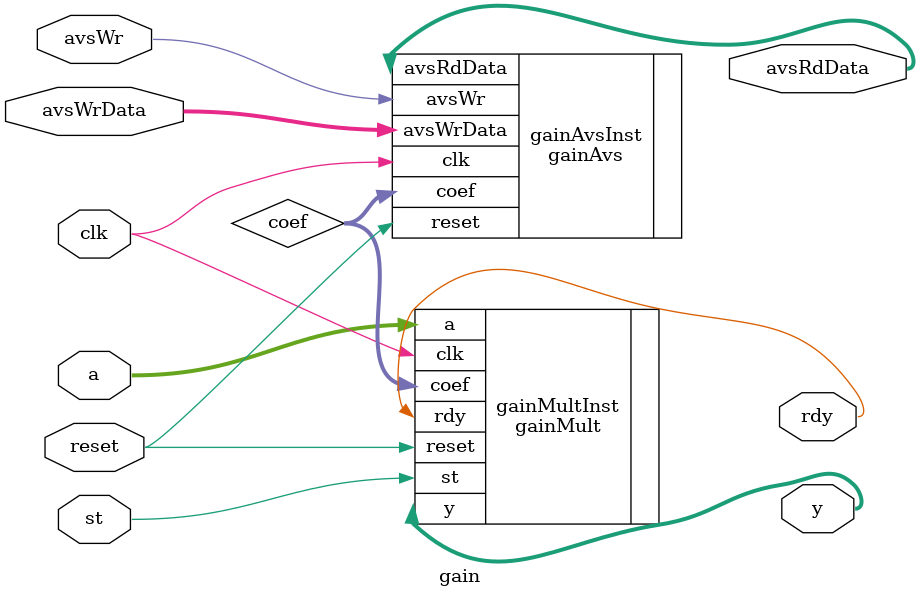
<source format=sv>
module gain  
  #( parameter int A_WDT    = 16,
                   COEF_WDT = 16 )  // max = 32, must be even   
   ( input  logic                          clk,
     input  logic                          reset,  
     
     // avalon MM slave
     input  logic                          avsWr,
     input  logic               [ 31 : 0 ] avsWrData,
     output logic               [ 31 : 0 ] avsRdData,
                                           
     input  logic                          st,     
     input  logic signed [ A_WDT - 1 : 0 ] a,    // format sfi( A_WDT, A_WDT - 1 ), full word length, fraction length

     output logic                          rdy,
     output logic signed [ A_WDT - 1 : 0 ] y );  // format sfi( A_WDT, A_WDT - 1 ), same as input

   logic                    [ 1 : 0 ] rdyReg;
   logic signed      [ COEF_WDT : 0 ] coefCnv; // 1 bit wider, convert unsigned to signed
   localparam MULT_WDT = A_WDT + COEF_WDT + 1;
   logic signed  [ MULT_WDT - 1 : 0 ] mult;    // format sfi( A_WDT + COEF_WDT + 1, A_WDT - 1 + COEF_WDT / 2 )
   
   // check parameters
   initial begin
      if ( ( COEF_WDT > 32 ) || ( COEF_WDT % 2 ) != 0 ) begin // must be even         
         $error( "Not correct parameter, COEF_WDT" );
         $stop;
      end
   end
   
   logic [ COEF_WDT - 1 : 0 ] coef; // format ufi( COEF_WDT, COEF_WDT / 2 )
   
   // avalon MM slave interface
   gainAvs
     #( .COEF_WDT ( COEF_WDT ) )
   gainAvsInst
      ( .clk       ( clk       ),
        .reset     ( reset     ),
        .avsWr     ( avsWr     ),
        .avsWrData ( avsWrData ),
        .avsRdData ( avsRdData ),    
        .coef      ( coef      ) );
   
   // gain with saturation   
   gainMult
     #( .A_WDT    ( A_WDT    ),
        .COEF_WDT ( COEF_WDT ) )
   gainMultInst
      ( .clk   ( clk   ),
        .reset ( reset ),
        .st    ( st    ),
        .a     ( a     ),
        .coef  ( coef  ),      
        .rdy   ( rdy   ),
        .y     ( y     ) );
        
endmodule
</source>
